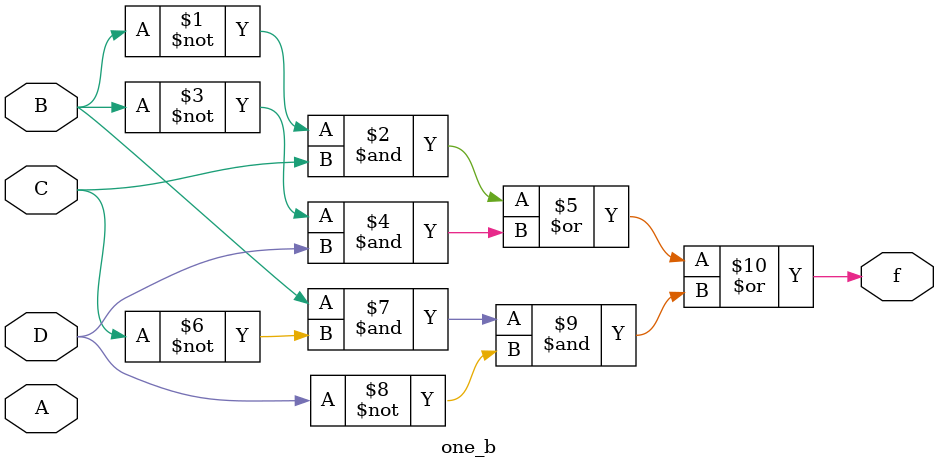
<source format=v>
module one_b(A, B, C, D, f);
	input A, B, C, D;
	output f;
	
	assign f=(~B&C)|(~B&D)|(B&~C&~D);
endmodule

</source>
